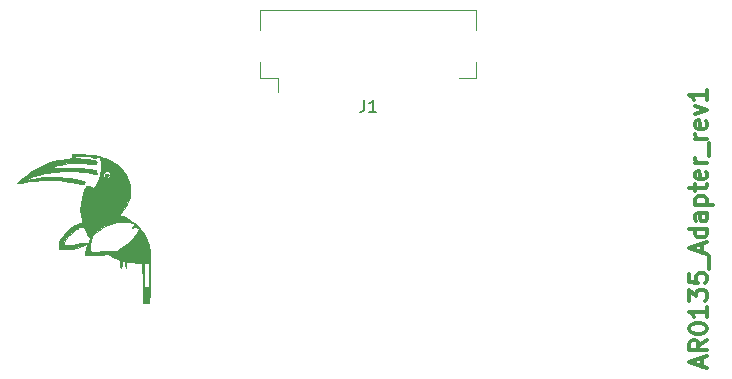
<source format=gto>
G04 #@! TF.GenerationSoftware,KiCad,Pcbnew,(5.1.0)-1*
G04 #@! TF.CreationDate,2019-07-31T15:49:08+05:30*
G04 #@! TF.ProjectId,AR0135_OpenMV_adapter_rev1,41523031-3335-45f4-9f70-656e4d565f61,rev?*
G04 #@! TF.SameCoordinates,Original*
G04 #@! TF.FileFunction,Legend,Top*
G04 #@! TF.FilePolarity,Positive*
%FSLAX46Y46*%
G04 Gerber Fmt 4.6, Leading zero omitted, Abs format (unit mm)*
G04 Created by KiCad (PCBNEW (5.1.0)-1) date 2019-07-31 15:49:08*
%MOMM*%
%LPD*%
G04 APERTURE LIST*
%ADD10C,0.300000*%
%ADD11C,0.010000*%
%ADD12C,0.120000*%
%ADD13C,0.150000*%
G04 APERTURE END LIST*
D10*
X68250000Y-41714285D02*
X68250000Y-41000000D01*
X68678571Y-41857142D02*
X67178571Y-41357142D01*
X68678571Y-40857142D01*
X68678571Y-39500000D02*
X67964285Y-40000000D01*
X68678571Y-40357142D02*
X67178571Y-40357142D01*
X67178571Y-39785714D01*
X67250000Y-39642857D01*
X67321428Y-39571428D01*
X67464285Y-39500000D01*
X67678571Y-39500000D01*
X67821428Y-39571428D01*
X67892857Y-39642857D01*
X67964285Y-39785714D01*
X67964285Y-40357142D01*
X67178571Y-38571428D02*
X67178571Y-38428571D01*
X67250000Y-38285714D01*
X67321428Y-38214285D01*
X67464285Y-38142857D01*
X67750000Y-38071428D01*
X68107142Y-38071428D01*
X68392857Y-38142857D01*
X68535714Y-38214285D01*
X68607142Y-38285714D01*
X68678571Y-38428571D01*
X68678571Y-38571428D01*
X68607142Y-38714285D01*
X68535714Y-38785714D01*
X68392857Y-38857142D01*
X68107142Y-38928571D01*
X67750000Y-38928571D01*
X67464285Y-38857142D01*
X67321428Y-38785714D01*
X67250000Y-38714285D01*
X67178571Y-38571428D01*
X68678571Y-36642857D02*
X68678571Y-37500000D01*
X68678571Y-37071428D02*
X67178571Y-37071428D01*
X67392857Y-37214285D01*
X67535714Y-37357142D01*
X67607142Y-37500000D01*
X67178571Y-36142857D02*
X67178571Y-35214285D01*
X67750000Y-35714285D01*
X67750000Y-35500000D01*
X67821428Y-35357142D01*
X67892857Y-35285714D01*
X68035714Y-35214285D01*
X68392857Y-35214285D01*
X68535714Y-35285714D01*
X68607142Y-35357142D01*
X68678571Y-35500000D01*
X68678571Y-35928571D01*
X68607142Y-36071428D01*
X68535714Y-36142857D01*
X67178571Y-33857142D02*
X67178571Y-34571428D01*
X67892857Y-34642857D01*
X67821428Y-34571428D01*
X67750000Y-34428571D01*
X67750000Y-34071428D01*
X67821428Y-33928571D01*
X67892857Y-33857142D01*
X68035714Y-33785714D01*
X68392857Y-33785714D01*
X68535714Y-33857142D01*
X68607142Y-33928571D01*
X68678571Y-34071428D01*
X68678571Y-34428571D01*
X68607142Y-34571428D01*
X68535714Y-34642857D01*
X68821428Y-33500000D02*
X68821428Y-32357142D01*
X68250000Y-32071428D02*
X68250000Y-31357142D01*
X68678571Y-32214285D02*
X67178571Y-31714285D01*
X68678571Y-31214285D01*
X68678571Y-30071428D02*
X67178571Y-30071428D01*
X68607142Y-30071428D02*
X68678571Y-30214285D01*
X68678571Y-30500000D01*
X68607142Y-30642857D01*
X68535714Y-30714285D01*
X68392857Y-30785714D01*
X67964285Y-30785714D01*
X67821428Y-30714285D01*
X67750000Y-30642857D01*
X67678571Y-30500000D01*
X67678571Y-30214285D01*
X67750000Y-30071428D01*
X68678571Y-28714285D02*
X67892857Y-28714285D01*
X67750000Y-28785714D01*
X67678571Y-28928571D01*
X67678571Y-29214285D01*
X67750000Y-29357142D01*
X68607142Y-28714285D02*
X68678571Y-28857142D01*
X68678571Y-29214285D01*
X68607142Y-29357142D01*
X68464285Y-29428571D01*
X68321428Y-29428571D01*
X68178571Y-29357142D01*
X68107142Y-29214285D01*
X68107142Y-28857142D01*
X68035714Y-28714285D01*
X67678571Y-28000000D02*
X69178571Y-28000000D01*
X67750000Y-28000000D02*
X67678571Y-27857142D01*
X67678571Y-27571428D01*
X67750000Y-27428571D01*
X67821428Y-27357142D01*
X67964285Y-27285714D01*
X68392857Y-27285714D01*
X68535714Y-27357142D01*
X68607142Y-27428571D01*
X68678571Y-27571428D01*
X68678571Y-27857142D01*
X68607142Y-28000000D01*
X67678571Y-26857142D02*
X67678571Y-26285714D01*
X67178571Y-26642857D02*
X68464285Y-26642857D01*
X68607142Y-26571428D01*
X68678571Y-26428571D01*
X68678571Y-26285714D01*
X68607142Y-25214285D02*
X68678571Y-25357142D01*
X68678571Y-25642857D01*
X68607142Y-25785714D01*
X68464285Y-25857142D01*
X67892857Y-25857142D01*
X67750000Y-25785714D01*
X67678571Y-25642857D01*
X67678571Y-25357142D01*
X67750000Y-25214285D01*
X67892857Y-25142857D01*
X68035714Y-25142857D01*
X68178571Y-25857142D01*
X68678571Y-24500000D02*
X67678571Y-24500000D01*
X67964285Y-24500000D02*
X67821428Y-24428571D01*
X67750000Y-24357142D01*
X67678571Y-24214285D01*
X67678571Y-24071428D01*
X68821428Y-23928571D02*
X68821428Y-22785714D01*
X68678571Y-22428571D02*
X67678571Y-22428571D01*
X67964285Y-22428571D02*
X67821428Y-22357142D01*
X67750000Y-22285714D01*
X67678571Y-22142857D01*
X67678571Y-22000000D01*
X68607142Y-20928571D02*
X68678571Y-21071428D01*
X68678571Y-21357142D01*
X68607142Y-21500000D01*
X68464285Y-21571428D01*
X67892857Y-21571428D01*
X67750000Y-21500000D01*
X67678571Y-21357142D01*
X67678571Y-21071428D01*
X67750000Y-20928571D01*
X67892857Y-20857142D01*
X68035714Y-20857142D01*
X68178571Y-21571428D01*
X67678571Y-20357142D02*
X68678571Y-20000000D01*
X67678571Y-19642857D01*
X68678571Y-18285714D02*
X68678571Y-19142857D01*
X68678571Y-18714285D02*
X67178571Y-18714285D01*
X67392857Y-18857142D01*
X67535714Y-19000000D01*
X67607142Y-19142857D01*
D11*
G36*
X15273348Y-23696466D02*
G01*
X15346362Y-23713616D01*
X15355715Y-23723806D01*
X15397979Y-23737710D01*
X15512429Y-23748991D01*
X15680547Y-23756331D01*
X15843304Y-23758484D01*
X16273730Y-23779364D01*
X16729996Y-23837289D01*
X17183289Y-23926592D01*
X17604796Y-24041601D01*
X17963444Y-24175641D01*
X18390790Y-24402828D01*
X18785341Y-24684719D01*
X19123935Y-25003689D01*
X19254606Y-25158125D01*
X19396427Y-25348131D01*
X19502953Y-25514901D01*
X19592050Y-25690244D01*
X19681583Y-25905973D01*
X19696858Y-25945619D01*
X19744028Y-26077158D01*
X19776530Y-26195599D01*
X19797020Y-26321019D01*
X19808152Y-26473497D01*
X19812580Y-26673112D01*
X19813124Y-26825000D01*
X19811451Y-27062942D01*
X19804668Y-27241593D01*
X19790130Y-27381010D01*
X19765192Y-27501248D01*
X19727209Y-27622362D01*
X19697306Y-27703145D01*
X19593153Y-27955429D01*
X19487050Y-28161142D01*
X19360175Y-28351702D01*
X19193703Y-28558529D01*
X19164424Y-28592585D01*
X19061434Y-28714388D01*
X18985742Y-28809204D01*
X18949249Y-28861904D01*
X18948046Y-28867686D01*
X18993191Y-28887527D01*
X19097790Y-28930233D01*
X19228166Y-28982188D01*
X19587096Y-29153850D01*
X19952805Y-29382572D01*
X20301626Y-29650645D01*
X20609895Y-29940357D01*
X20795579Y-30155147D01*
X21077185Y-30565429D01*
X21285718Y-30982756D01*
X21435259Y-31436197D01*
X21455502Y-31517599D01*
X21476351Y-31650805D01*
X21493676Y-31856211D01*
X21507404Y-32126701D01*
X21517465Y-32455159D01*
X21523784Y-32834467D01*
X21526289Y-33257508D01*
X21524909Y-33717167D01*
X21519571Y-34206326D01*
X21510202Y-34717868D01*
X21496731Y-35244678D01*
X21494246Y-35328046D01*
X21464403Y-36310312D01*
X20949169Y-36310312D01*
X20919326Y-35328046D01*
X20910446Y-35004944D01*
X20902609Y-34660789D01*
X20896233Y-34318838D01*
X20891735Y-34002343D01*
X20889535Y-33734560D01*
X20889384Y-33663603D01*
X20889286Y-32981426D01*
X20696518Y-32960940D01*
X20558399Y-32946303D01*
X20469209Y-32936875D01*
X20980000Y-32936875D01*
X20980000Y-34960937D01*
X21433572Y-34960937D01*
X21433572Y-32936875D01*
X20980000Y-32936875D01*
X20469209Y-32936875D01*
X20367096Y-32926081D01*
X20159488Y-32904171D01*
X20118215Y-32899820D01*
X19927959Y-32878101D01*
X19762222Y-32856202D01*
X19649594Y-32837990D01*
X19630625Y-32833870D01*
X19576211Y-32824814D01*
X19545659Y-32842346D01*
X19532098Y-32902443D01*
X19528658Y-33021080D01*
X19528572Y-33071152D01*
X19522265Y-33207776D01*
X19505510Y-33301522D01*
X19483215Y-33333750D01*
X19459864Y-33297090D01*
X19443758Y-33199044D01*
X19437858Y-33059819D01*
X19436157Y-32915402D01*
X19424979Y-32830102D01*
X19395210Y-32783661D01*
X19337737Y-32755822D01*
X19295018Y-32742319D01*
X19193567Y-32712678D01*
X19137906Y-32698877D01*
X19136268Y-32698750D01*
X19128879Y-32735304D01*
X19123315Y-32832446D01*
X19120517Y-32971390D01*
X19120358Y-33016250D01*
X19117153Y-33179156D01*
X19105526Y-33276922D01*
X19082457Y-33323642D01*
X19052322Y-33333750D01*
X19018225Y-33319297D01*
X18997394Y-33266705D01*
X18987018Y-33162118D01*
X18984286Y-32998315D01*
X18984286Y-32662880D01*
X18598149Y-32504549D01*
X18408912Y-32423693D01*
X18234782Y-32343587D01*
X18103972Y-32277412D01*
X18070091Y-32257793D01*
X17975211Y-32205537D01*
X17893655Y-32189354D01*
X17784559Y-32204857D01*
X17719175Y-32220132D01*
X17562846Y-32246478D01*
X17342297Y-32268691D01*
X17083954Y-32285629D01*
X16814246Y-32296149D01*
X16559602Y-32299109D01*
X16346450Y-32293367D01*
X16239920Y-32284071D01*
X16024295Y-32255778D01*
X16054523Y-31997614D01*
X16086038Y-31820725D01*
X16135087Y-31639298D01*
X16147273Y-31606133D01*
X16462090Y-31606133D01*
X16468501Y-31775749D01*
X16479050Y-31882574D01*
X16498954Y-31943183D01*
X16533429Y-31974154D01*
X16583160Y-31990894D01*
X16706416Y-32005736D01*
X16849840Y-32001503D01*
X16852500Y-32001199D01*
X16949112Y-31993945D01*
X17118148Y-31985338D01*
X17341352Y-31976141D01*
X17600466Y-31967119D01*
X17827679Y-31960368D01*
X18121378Y-31951741D01*
X18340088Y-31942997D01*
X18499510Y-31932211D01*
X18615348Y-31917461D01*
X18703301Y-31896821D01*
X18779073Y-31868367D01*
X18848215Y-31835301D01*
X19360132Y-31535917D01*
X19801495Y-31187553D01*
X20175886Y-30786964D01*
X20459399Y-30377665D01*
X20672444Y-30021112D01*
X20521423Y-29967192D01*
X20331453Y-29932312D01*
X20194703Y-29937855D01*
X20019004Y-29962439D01*
X20113967Y-29856804D01*
X20197854Y-29740660D01*
X20211450Y-29650352D01*
X20149950Y-29581188D01*
X20008547Y-29528474D01*
X19782435Y-29487517D01*
X19728718Y-29480580D01*
X19210883Y-29456367D01*
X18695548Y-29509811D01*
X18190119Y-29639310D01*
X17701996Y-29843263D01*
X17473664Y-29968533D01*
X17118936Y-30204703D01*
X16847939Y-30446529D01*
X16653892Y-30704989D01*
X16530015Y-30991058D01*
X16469529Y-31315713D01*
X16462090Y-31606133D01*
X16147273Y-31606133D01*
X16172728Y-31536856D01*
X16225889Y-31397442D01*
X16234238Y-31323371D01*
X16197018Y-31310603D01*
X16135950Y-31340547D01*
X15762762Y-31527488D01*
X15331757Y-31665449D01*
X14859852Y-31750438D01*
X14363966Y-31778466D01*
X14283857Y-31777406D01*
X13790893Y-31766093D01*
X13801400Y-31521481D01*
X13834311Y-31331209D01*
X14231589Y-31331209D01*
X14243977Y-31410777D01*
X14317452Y-31452101D01*
X14463904Y-31466397D01*
X14549202Y-31467043D01*
X14761843Y-31456759D01*
X14991159Y-31432025D01*
X15106250Y-31413414D01*
X15290521Y-31372339D01*
X15470079Y-31323233D01*
X15559822Y-31293488D01*
X15798222Y-31241746D01*
X16034883Y-31234993D01*
X16328515Y-31244190D01*
X16395225Y-31056232D01*
X16432488Y-30937620D01*
X16436774Y-30860899D01*
X16406935Y-30793630D01*
X16384795Y-30761559D01*
X16302275Y-30634900D01*
X16200913Y-30461389D01*
X16095550Y-30267872D01*
X16001027Y-30081199D01*
X15959510Y-29992227D01*
X15876138Y-29805861D01*
X15673881Y-29885096D01*
X15550938Y-29937258D01*
X15466537Y-29980488D01*
X15447687Y-29994706D01*
X15399322Y-30032426D01*
X15300296Y-30097218D01*
X15215566Y-30148982D01*
X14896416Y-30374740D01*
X14620200Y-30641067D01*
X14402928Y-30930158D01*
X14268402Y-31202183D01*
X14231589Y-31331209D01*
X13834311Y-31331209D01*
X13857461Y-31197373D01*
X13993646Y-30866046D01*
X14202662Y-30541486D01*
X14464634Y-30249673D01*
X14668853Y-30078291D01*
X14916134Y-29908065D01*
X15178970Y-29755448D01*
X15429850Y-29636898D01*
X15575083Y-29585436D01*
X15793492Y-29521961D01*
X15730752Y-29274808D01*
X15660760Y-28875045D01*
X15637947Y-28434236D01*
X15660289Y-27976186D01*
X15725762Y-27524699D01*
X15832343Y-27103579D01*
X15939555Y-26818570D01*
X16023319Y-26629077D01*
X16085644Y-26503500D01*
X16142185Y-26433321D01*
X16208600Y-26410021D01*
X16300543Y-26425082D01*
X16433671Y-26469985D01*
X16522211Y-26501541D01*
X16758886Y-26584716D01*
X16921746Y-26341573D01*
X17120243Y-25983254D01*
X17265078Y-25590441D01*
X17302137Y-25418274D01*
X17542856Y-25418274D01*
X17558420Y-25545952D01*
X17659794Y-25659292D01*
X17736965Y-25705502D01*
X17811971Y-25740263D01*
X17868103Y-25745108D01*
X17941420Y-25716092D01*
X18020447Y-25674497D01*
X18136189Y-25574735D01*
X18169855Y-25451253D01*
X18119199Y-25318027D01*
X18084572Y-25275359D01*
X17965676Y-25202964D01*
X17819838Y-25188577D01*
X17681198Y-25231519D01*
X17615530Y-25284680D01*
X17542856Y-25418274D01*
X17302137Y-25418274D01*
X17353001Y-25181979D01*
X17380768Y-24776711D01*
X17345132Y-24393481D01*
X17293192Y-24185781D01*
X17250471Y-24079092D01*
X17206162Y-24007708D01*
X17194887Y-23997873D01*
X17094858Y-23969052D01*
X16990687Y-23981371D01*
X16925781Y-24029465D01*
X16924966Y-24031240D01*
X16864501Y-24072551D01*
X16753026Y-24063300D01*
X16606512Y-24006461D01*
X16515088Y-23954939D01*
X16446513Y-23917630D01*
X16369985Y-23892815D01*
X16266021Y-23878035D01*
X16115136Y-23870830D01*
X15897845Y-23868742D01*
X15831965Y-23868730D01*
X15596213Y-23870209D01*
X15430275Y-23876092D01*
X15313268Y-23889233D01*
X15224310Y-23912488D01*
X15142516Y-23948711D01*
X15106250Y-23967949D01*
X14924822Y-24066718D01*
X15265000Y-24075498D01*
X15519766Y-24087426D01*
X15799896Y-24109441D01*
X16087349Y-24139164D01*
X16364083Y-24174217D01*
X16612056Y-24212221D01*
X16813229Y-24250799D01*
X16949559Y-24287572D01*
X16983341Y-24302014D01*
X17007255Y-24359545D01*
X16987961Y-24425311D01*
X16967389Y-24497342D01*
X16978355Y-24524331D01*
X16973392Y-24541143D01*
X16932422Y-24565723D01*
X16845228Y-24582501D01*
X16693449Y-24572665D01*
X16512133Y-24544194D01*
X15890286Y-24467534D01*
X15244276Y-24459012D01*
X14566668Y-24518857D01*
X13968172Y-24622012D01*
X13710425Y-24681157D01*
X13474707Y-24745710D01*
X13274505Y-24810875D01*
X13123307Y-24871854D01*
X13034600Y-24923847D01*
X13019642Y-24959433D01*
X13068576Y-24986257D01*
X13082339Y-24982515D01*
X13169181Y-24959202D01*
X13331299Y-24937359D01*
X13553257Y-24917651D01*
X13819622Y-24900742D01*
X14114959Y-24887295D01*
X14423833Y-24877975D01*
X14730811Y-24873446D01*
X15020458Y-24874372D01*
X15277340Y-24881418D01*
X15348686Y-24884992D01*
X15569313Y-24900744D01*
X15816955Y-24923624D01*
X16074699Y-24951455D01*
X16325634Y-24982058D01*
X16552850Y-25013257D01*
X16739434Y-25042875D01*
X16868475Y-25068733D01*
X16922096Y-25087573D01*
X16940274Y-25129163D01*
X16971165Y-25219084D01*
X16980995Y-25250030D01*
X17008227Y-25346724D01*
X17000368Y-25385884D01*
X16946488Y-25386483D01*
X16906364Y-25379595D01*
X16531816Y-25314289D01*
X16217530Y-25265146D01*
X15938269Y-25229962D01*
X15668799Y-25206532D01*
X15383883Y-25192653D01*
X15058287Y-25186119D01*
X14675358Y-25184719D01*
X14288454Y-25186718D01*
X13970441Y-25193180D01*
X13699543Y-25205956D01*
X13453987Y-25226893D01*
X13211996Y-25257842D01*
X12951796Y-25300651D01*
X12656965Y-25356124D01*
X12345720Y-25425193D01*
X12006153Y-25514229D01*
X11675090Y-25612798D01*
X11389361Y-25710470D01*
X11341608Y-25728701D01*
X11024108Y-25852656D01*
X11182858Y-25874574D01*
X11302902Y-25881067D01*
X11385759Y-25867871D01*
X11391138Y-25864997D01*
X11449722Y-25847559D01*
X11462363Y-25852483D01*
X11513075Y-25853276D01*
X11633310Y-25840613D01*
X11803698Y-25816844D01*
X11957118Y-25792415D01*
X12646592Y-25697685D01*
X13271353Y-25654608D01*
X13829635Y-25663292D01*
X13945583Y-25672361D01*
X14341802Y-25713789D01*
X14724776Y-25763979D01*
X15070938Y-25819418D01*
X15356720Y-25876593D01*
X15423750Y-25892697D01*
X15603406Y-25936660D01*
X15785980Y-25979306D01*
X15843881Y-25992243D01*
X15961754Y-26022954D01*
X16007350Y-26053970D01*
X15997889Y-26098560D01*
X15992888Y-26107072D01*
X15966188Y-26173826D01*
X15970728Y-26198970D01*
X15961241Y-26236281D01*
X15935114Y-26259944D01*
X15871383Y-26274283D01*
X15746411Y-26264111D01*
X15550123Y-26228330D01*
X15453781Y-26207578D01*
X14627628Y-26054148D01*
X13804913Y-25959425D01*
X13003319Y-25924860D01*
X12292761Y-25947943D01*
X11786827Y-25990870D01*
X11349428Y-26042030D01*
X10958590Y-26104368D01*
X10644824Y-26168738D01*
X10489343Y-26200135D01*
X10366299Y-26217967D01*
X10306314Y-26218768D01*
X10311431Y-26186506D01*
X10375007Y-26111816D01*
X10486321Y-26003616D01*
X10634656Y-25870824D01*
X10809291Y-25722359D01*
X10999507Y-25567138D01*
X11194585Y-25414081D01*
X11383806Y-25272106D01*
X11556451Y-25150131D01*
X11701801Y-25057074D01*
X11704465Y-25055506D01*
X12032432Y-24876151D01*
X12389964Y-24703563D01*
X12752676Y-24548115D01*
X13096181Y-24420179D01*
X13396093Y-24330129D01*
X13428036Y-24322352D01*
X13777295Y-24243897D01*
X14064580Y-24188931D01*
X14312940Y-24153274D01*
X14422385Y-24142032D01*
X14665234Y-24105154D01*
X14828464Y-24042512D01*
X14919926Y-23949377D01*
X14947500Y-23825713D01*
X14952045Y-23742130D01*
X14982138Y-23702550D01*
X15062462Y-23690523D01*
X15151608Y-23689687D01*
X15273348Y-23696466D01*
X15273348Y-23696466D01*
G37*
X15273348Y-23696466D02*
X15346362Y-23713616D01*
X15355715Y-23723806D01*
X15397979Y-23737710D01*
X15512429Y-23748991D01*
X15680547Y-23756331D01*
X15843304Y-23758484D01*
X16273730Y-23779364D01*
X16729996Y-23837289D01*
X17183289Y-23926592D01*
X17604796Y-24041601D01*
X17963444Y-24175641D01*
X18390790Y-24402828D01*
X18785341Y-24684719D01*
X19123935Y-25003689D01*
X19254606Y-25158125D01*
X19396427Y-25348131D01*
X19502953Y-25514901D01*
X19592050Y-25690244D01*
X19681583Y-25905973D01*
X19696858Y-25945619D01*
X19744028Y-26077158D01*
X19776530Y-26195599D01*
X19797020Y-26321019D01*
X19808152Y-26473497D01*
X19812580Y-26673112D01*
X19813124Y-26825000D01*
X19811451Y-27062942D01*
X19804668Y-27241593D01*
X19790130Y-27381010D01*
X19765192Y-27501248D01*
X19727209Y-27622362D01*
X19697306Y-27703145D01*
X19593153Y-27955429D01*
X19487050Y-28161142D01*
X19360175Y-28351702D01*
X19193703Y-28558529D01*
X19164424Y-28592585D01*
X19061434Y-28714388D01*
X18985742Y-28809204D01*
X18949249Y-28861904D01*
X18948046Y-28867686D01*
X18993191Y-28887527D01*
X19097790Y-28930233D01*
X19228166Y-28982188D01*
X19587096Y-29153850D01*
X19952805Y-29382572D01*
X20301626Y-29650645D01*
X20609895Y-29940357D01*
X20795579Y-30155147D01*
X21077185Y-30565429D01*
X21285718Y-30982756D01*
X21435259Y-31436197D01*
X21455502Y-31517599D01*
X21476351Y-31650805D01*
X21493676Y-31856211D01*
X21507404Y-32126701D01*
X21517465Y-32455159D01*
X21523784Y-32834467D01*
X21526289Y-33257508D01*
X21524909Y-33717167D01*
X21519571Y-34206326D01*
X21510202Y-34717868D01*
X21496731Y-35244678D01*
X21494246Y-35328046D01*
X21464403Y-36310312D01*
X20949169Y-36310312D01*
X20919326Y-35328046D01*
X20910446Y-35004944D01*
X20902609Y-34660789D01*
X20896233Y-34318838D01*
X20891735Y-34002343D01*
X20889535Y-33734560D01*
X20889384Y-33663603D01*
X20889286Y-32981426D01*
X20696518Y-32960940D01*
X20558399Y-32946303D01*
X20469209Y-32936875D01*
X20980000Y-32936875D01*
X20980000Y-34960937D01*
X21433572Y-34960937D01*
X21433572Y-32936875D01*
X20980000Y-32936875D01*
X20469209Y-32936875D01*
X20367096Y-32926081D01*
X20159488Y-32904171D01*
X20118215Y-32899820D01*
X19927959Y-32878101D01*
X19762222Y-32856202D01*
X19649594Y-32837990D01*
X19630625Y-32833870D01*
X19576211Y-32824814D01*
X19545659Y-32842346D01*
X19532098Y-32902443D01*
X19528658Y-33021080D01*
X19528572Y-33071152D01*
X19522265Y-33207776D01*
X19505510Y-33301522D01*
X19483215Y-33333750D01*
X19459864Y-33297090D01*
X19443758Y-33199044D01*
X19437858Y-33059819D01*
X19436157Y-32915402D01*
X19424979Y-32830102D01*
X19395210Y-32783661D01*
X19337737Y-32755822D01*
X19295018Y-32742319D01*
X19193567Y-32712678D01*
X19137906Y-32698877D01*
X19136268Y-32698750D01*
X19128879Y-32735304D01*
X19123315Y-32832446D01*
X19120517Y-32971390D01*
X19120358Y-33016250D01*
X19117153Y-33179156D01*
X19105526Y-33276922D01*
X19082457Y-33323642D01*
X19052322Y-33333750D01*
X19018225Y-33319297D01*
X18997394Y-33266705D01*
X18987018Y-33162118D01*
X18984286Y-32998315D01*
X18984286Y-32662880D01*
X18598149Y-32504549D01*
X18408912Y-32423693D01*
X18234782Y-32343587D01*
X18103972Y-32277412D01*
X18070091Y-32257793D01*
X17975211Y-32205537D01*
X17893655Y-32189354D01*
X17784559Y-32204857D01*
X17719175Y-32220132D01*
X17562846Y-32246478D01*
X17342297Y-32268691D01*
X17083954Y-32285629D01*
X16814246Y-32296149D01*
X16559602Y-32299109D01*
X16346450Y-32293367D01*
X16239920Y-32284071D01*
X16024295Y-32255778D01*
X16054523Y-31997614D01*
X16086038Y-31820725D01*
X16135087Y-31639298D01*
X16147273Y-31606133D01*
X16462090Y-31606133D01*
X16468501Y-31775749D01*
X16479050Y-31882574D01*
X16498954Y-31943183D01*
X16533429Y-31974154D01*
X16583160Y-31990894D01*
X16706416Y-32005736D01*
X16849840Y-32001503D01*
X16852500Y-32001199D01*
X16949112Y-31993945D01*
X17118148Y-31985338D01*
X17341352Y-31976141D01*
X17600466Y-31967119D01*
X17827679Y-31960368D01*
X18121378Y-31951741D01*
X18340088Y-31942997D01*
X18499510Y-31932211D01*
X18615348Y-31917461D01*
X18703301Y-31896821D01*
X18779073Y-31868367D01*
X18848215Y-31835301D01*
X19360132Y-31535917D01*
X19801495Y-31187553D01*
X20175886Y-30786964D01*
X20459399Y-30377665D01*
X20672444Y-30021112D01*
X20521423Y-29967192D01*
X20331453Y-29932312D01*
X20194703Y-29937855D01*
X20019004Y-29962439D01*
X20113967Y-29856804D01*
X20197854Y-29740660D01*
X20211450Y-29650352D01*
X20149950Y-29581188D01*
X20008547Y-29528474D01*
X19782435Y-29487517D01*
X19728718Y-29480580D01*
X19210883Y-29456367D01*
X18695548Y-29509811D01*
X18190119Y-29639310D01*
X17701996Y-29843263D01*
X17473664Y-29968533D01*
X17118936Y-30204703D01*
X16847939Y-30446529D01*
X16653892Y-30704989D01*
X16530015Y-30991058D01*
X16469529Y-31315713D01*
X16462090Y-31606133D01*
X16147273Y-31606133D01*
X16172728Y-31536856D01*
X16225889Y-31397442D01*
X16234238Y-31323371D01*
X16197018Y-31310603D01*
X16135950Y-31340547D01*
X15762762Y-31527488D01*
X15331757Y-31665449D01*
X14859852Y-31750438D01*
X14363966Y-31778466D01*
X14283857Y-31777406D01*
X13790893Y-31766093D01*
X13801400Y-31521481D01*
X13834311Y-31331209D01*
X14231589Y-31331209D01*
X14243977Y-31410777D01*
X14317452Y-31452101D01*
X14463904Y-31466397D01*
X14549202Y-31467043D01*
X14761843Y-31456759D01*
X14991159Y-31432025D01*
X15106250Y-31413414D01*
X15290521Y-31372339D01*
X15470079Y-31323233D01*
X15559822Y-31293488D01*
X15798222Y-31241746D01*
X16034883Y-31234993D01*
X16328515Y-31244190D01*
X16395225Y-31056232D01*
X16432488Y-30937620D01*
X16436774Y-30860899D01*
X16406935Y-30793630D01*
X16384795Y-30761559D01*
X16302275Y-30634900D01*
X16200913Y-30461389D01*
X16095550Y-30267872D01*
X16001027Y-30081199D01*
X15959510Y-29992227D01*
X15876138Y-29805861D01*
X15673881Y-29885096D01*
X15550938Y-29937258D01*
X15466537Y-29980488D01*
X15447687Y-29994706D01*
X15399322Y-30032426D01*
X15300296Y-30097218D01*
X15215566Y-30148982D01*
X14896416Y-30374740D01*
X14620200Y-30641067D01*
X14402928Y-30930158D01*
X14268402Y-31202183D01*
X14231589Y-31331209D01*
X13834311Y-31331209D01*
X13857461Y-31197373D01*
X13993646Y-30866046D01*
X14202662Y-30541486D01*
X14464634Y-30249673D01*
X14668853Y-30078291D01*
X14916134Y-29908065D01*
X15178970Y-29755448D01*
X15429850Y-29636898D01*
X15575083Y-29585436D01*
X15793492Y-29521961D01*
X15730752Y-29274808D01*
X15660760Y-28875045D01*
X15637947Y-28434236D01*
X15660289Y-27976186D01*
X15725762Y-27524699D01*
X15832343Y-27103579D01*
X15939555Y-26818570D01*
X16023319Y-26629077D01*
X16085644Y-26503500D01*
X16142185Y-26433321D01*
X16208600Y-26410021D01*
X16300543Y-26425082D01*
X16433671Y-26469985D01*
X16522211Y-26501541D01*
X16758886Y-26584716D01*
X16921746Y-26341573D01*
X17120243Y-25983254D01*
X17265078Y-25590441D01*
X17302137Y-25418274D01*
X17542856Y-25418274D01*
X17558420Y-25545952D01*
X17659794Y-25659292D01*
X17736965Y-25705502D01*
X17811971Y-25740263D01*
X17868103Y-25745108D01*
X17941420Y-25716092D01*
X18020447Y-25674497D01*
X18136189Y-25574735D01*
X18169855Y-25451253D01*
X18119199Y-25318027D01*
X18084572Y-25275359D01*
X17965676Y-25202964D01*
X17819838Y-25188577D01*
X17681198Y-25231519D01*
X17615530Y-25284680D01*
X17542856Y-25418274D01*
X17302137Y-25418274D01*
X17353001Y-25181979D01*
X17380768Y-24776711D01*
X17345132Y-24393481D01*
X17293192Y-24185781D01*
X17250471Y-24079092D01*
X17206162Y-24007708D01*
X17194887Y-23997873D01*
X17094858Y-23969052D01*
X16990687Y-23981371D01*
X16925781Y-24029465D01*
X16924966Y-24031240D01*
X16864501Y-24072551D01*
X16753026Y-24063300D01*
X16606512Y-24006461D01*
X16515088Y-23954939D01*
X16446513Y-23917630D01*
X16369985Y-23892815D01*
X16266021Y-23878035D01*
X16115136Y-23870830D01*
X15897845Y-23868742D01*
X15831965Y-23868730D01*
X15596213Y-23870209D01*
X15430275Y-23876092D01*
X15313268Y-23889233D01*
X15224310Y-23912488D01*
X15142516Y-23948711D01*
X15106250Y-23967949D01*
X14924822Y-24066718D01*
X15265000Y-24075498D01*
X15519766Y-24087426D01*
X15799896Y-24109441D01*
X16087349Y-24139164D01*
X16364083Y-24174217D01*
X16612056Y-24212221D01*
X16813229Y-24250799D01*
X16949559Y-24287572D01*
X16983341Y-24302014D01*
X17007255Y-24359545D01*
X16987961Y-24425311D01*
X16967389Y-24497342D01*
X16978355Y-24524331D01*
X16973392Y-24541143D01*
X16932422Y-24565723D01*
X16845228Y-24582501D01*
X16693449Y-24572665D01*
X16512133Y-24544194D01*
X15890286Y-24467534D01*
X15244276Y-24459012D01*
X14566668Y-24518857D01*
X13968172Y-24622012D01*
X13710425Y-24681157D01*
X13474707Y-24745710D01*
X13274505Y-24810875D01*
X13123307Y-24871854D01*
X13034600Y-24923847D01*
X13019642Y-24959433D01*
X13068576Y-24986257D01*
X13082339Y-24982515D01*
X13169181Y-24959202D01*
X13331299Y-24937359D01*
X13553257Y-24917651D01*
X13819622Y-24900742D01*
X14114959Y-24887295D01*
X14423833Y-24877975D01*
X14730811Y-24873446D01*
X15020458Y-24874372D01*
X15277340Y-24881418D01*
X15348686Y-24884992D01*
X15569313Y-24900744D01*
X15816955Y-24923624D01*
X16074699Y-24951455D01*
X16325634Y-24982058D01*
X16552850Y-25013257D01*
X16739434Y-25042875D01*
X16868475Y-25068733D01*
X16922096Y-25087573D01*
X16940274Y-25129163D01*
X16971165Y-25219084D01*
X16980995Y-25250030D01*
X17008227Y-25346724D01*
X17000368Y-25385884D01*
X16946488Y-25386483D01*
X16906364Y-25379595D01*
X16531816Y-25314289D01*
X16217530Y-25265146D01*
X15938269Y-25229962D01*
X15668799Y-25206532D01*
X15383883Y-25192653D01*
X15058287Y-25186119D01*
X14675358Y-25184719D01*
X14288454Y-25186718D01*
X13970441Y-25193180D01*
X13699543Y-25205956D01*
X13453987Y-25226893D01*
X13211996Y-25257842D01*
X12951796Y-25300651D01*
X12656965Y-25356124D01*
X12345720Y-25425193D01*
X12006153Y-25514229D01*
X11675090Y-25612798D01*
X11389361Y-25710470D01*
X11341608Y-25728701D01*
X11024108Y-25852656D01*
X11182858Y-25874574D01*
X11302902Y-25881067D01*
X11385759Y-25867871D01*
X11391138Y-25864997D01*
X11449722Y-25847559D01*
X11462363Y-25852483D01*
X11513075Y-25853276D01*
X11633310Y-25840613D01*
X11803698Y-25816844D01*
X11957118Y-25792415D01*
X12646592Y-25697685D01*
X13271353Y-25654608D01*
X13829635Y-25663292D01*
X13945583Y-25672361D01*
X14341802Y-25713789D01*
X14724776Y-25763979D01*
X15070938Y-25819418D01*
X15356720Y-25876593D01*
X15423750Y-25892697D01*
X15603406Y-25936660D01*
X15785980Y-25979306D01*
X15843881Y-25992243D01*
X15961754Y-26022954D01*
X16007350Y-26053970D01*
X15997889Y-26098560D01*
X15992888Y-26107072D01*
X15966188Y-26173826D01*
X15970728Y-26198970D01*
X15961241Y-26236281D01*
X15935114Y-26259944D01*
X15871383Y-26274283D01*
X15746411Y-26264111D01*
X15550123Y-26228330D01*
X15453781Y-26207578D01*
X14627628Y-26054148D01*
X13804913Y-25959425D01*
X13003319Y-25924860D01*
X12292761Y-25947943D01*
X11786827Y-25990870D01*
X11349428Y-26042030D01*
X10958590Y-26104368D01*
X10644824Y-26168738D01*
X10489343Y-26200135D01*
X10366299Y-26217967D01*
X10306314Y-26218768D01*
X10311431Y-26186506D01*
X10375007Y-26111816D01*
X10486321Y-26003616D01*
X10634656Y-25870824D01*
X10809291Y-25722359D01*
X10999507Y-25567138D01*
X11194585Y-25414081D01*
X11383806Y-25272106D01*
X11556451Y-25150131D01*
X11701801Y-25057074D01*
X11704465Y-25055506D01*
X12032432Y-24876151D01*
X12389964Y-24703563D01*
X12752676Y-24548115D01*
X13096181Y-24420179D01*
X13396093Y-24330129D01*
X13428036Y-24322352D01*
X13777295Y-24243897D01*
X14064580Y-24188931D01*
X14312940Y-24153274D01*
X14422385Y-24142032D01*
X14665234Y-24105154D01*
X14828464Y-24042512D01*
X14919926Y-23949377D01*
X14947500Y-23825713D01*
X14952045Y-23742130D01*
X14982138Y-23702550D01*
X15062462Y-23690523D01*
X15151608Y-23689687D01*
X15273348Y-23696466D01*
G36*
X17977785Y-25418336D02*
G01*
X18029959Y-25480013D01*
X18031786Y-25493619D01*
X17999457Y-25602889D01*
X17919371Y-25666575D01*
X17816882Y-25674813D01*
X17717340Y-25617740D01*
X17716092Y-25616435D01*
X17683881Y-25529300D01*
X17713982Y-25436551D01*
X17787334Y-25380214D01*
X17883463Y-25378832D01*
X17977785Y-25418336D01*
X17977785Y-25418336D01*
G37*
X17977785Y-25418336D02*
X18029959Y-25480013D01*
X18031786Y-25493619D01*
X17999457Y-25602889D01*
X17919371Y-25666575D01*
X17816882Y-25674813D01*
X17717340Y-25617740D01*
X17716092Y-25616435D01*
X17683881Y-25529300D01*
X17713982Y-25436551D01*
X17787334Y-25380214D01*
X17883463Y-25378832D01*
X17977785Y-25418336D01*
D12*
X32340000Y-17300000D02*
X32340000Y-18500000D01*
X30850000Y-11500000D02*
X30850000Y-13240000D01*
X49150000Y-11500000D02*
X30850000Y-11500000D01*
X49150000Y-13240000D02*
X49150000Y-11500000D01*
X30850000Y-17300000D02*
X30850000Y-15960000D01*
X32340000Y-17300000D02*
X30850000Y-17300000D01*
X49150000Y-17300000D02*
X49150000Y-15960000D01*
X47660000Y-17300000D02*
X49150000Y-17300000D01*
D13*
X39666666Y-19152380D02*
X39666666Y-19866666D01*
X39619047Y-20009523D01*
X39523809Y-20104761D01*
X39380952Y-20152380D01*
X39285714Y-20152380D01*
X40666666Y-20152380D02*
X40095238Y-20152380D01*
X40380952Y-20152380D02*
X40380952Y-19152380D01*
X40285714Y-19295238D01*
X40190476Y-19390476D01*
X40095238Y-19438095D01*
M02*

</source>
